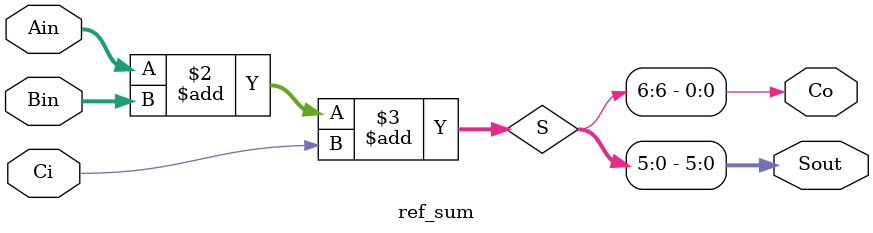
<source format=v>
module ref_sum (Ain, Bin, Ci, Sout, Co);
input [5:0] Ain, Bin;
input Ci;
output [5:0] Sout;
output Co;

reg [6:0] S;

always @(Ain, Bin, Ci)
    S = Ain + Bin + Ci;

assign Sout = S[5:0];
assign Co = S[6];

endmodule

</source>
